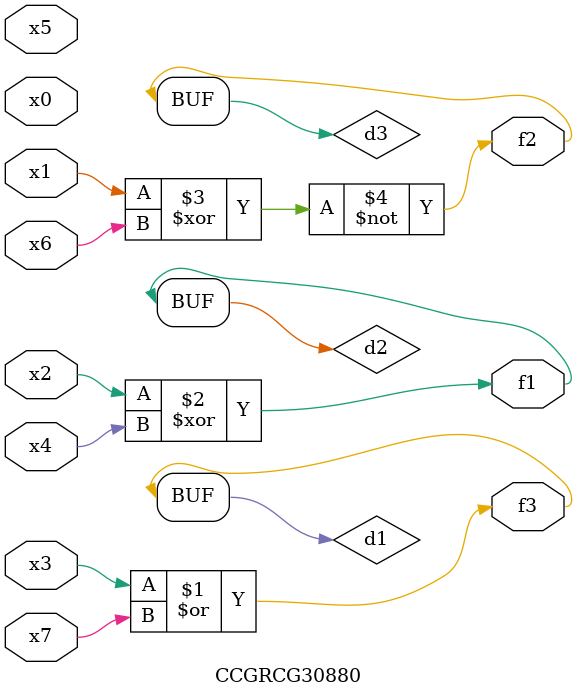
<source format=v>
module CCGRCG30880(
	input x0, x1, x2, x3, x4, x5, x6, x7,
	output f1, f2, f3
);

	wire d1, d2, d3;

	or (d1, x3, x7);
	xor (d2, x2, x4);
	xnor (d3, x1, x6);
	assign f1 = d2;
	assign f2 = d3;
	assign f3 = d1;
endmodule

</source>
